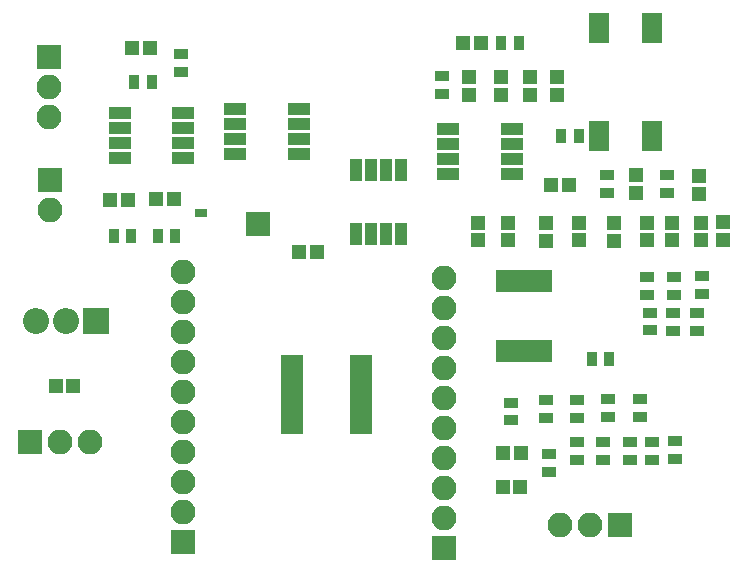
<source format=gts>
G04 #@! TF.FileFunction,Soldermask,Top*
%FSLAX46Y46*%
G04 Gerber Fmt 4.6, Leading zero omitted, Abs format (unit mm)*
G04 Created by KiCad (PCBNEW 4.0.7) date 11/28/17 14:48:26*
%MOMM*%
%LPD*%
G01*
G04 APERTURE LIST*
%ADD10C,0.100000*%
%ADD11R,1.150000X1.200000*%
%ADD12R,1.200000X1.150000*%
%ADD13R,0.680000X0.700000*%
%ADD14R,2.100000X2.100000*%
%ADD15O,2.100000X2.100000*%
%ADD16R,0.850000X1.850000*%
%ADD17R,0.900000X1.300000*%
%ADD18R,1.300000X0.900000*%
%ADD19R,1.800000X2.500000*%
%ADD20R,2.200000X2.200000*%
%ADD21O,2.200000X2.200000*%
%ADD22R,1.850000X0.850000*%
%ADD23R,1.950000X1.000000*%
%ADD24R,1.000000X1.950000*%
G04 APERTURE END LIST*
D10*
D11*
X164274500Y-112510000D03*
X164274500Y-111010000D03*
X157226000Y-98627500D03*
X157226000Y-100127500D03*
D12*
X154875800Y-133311900D03*
X156375800Y-133311900D03*
X118529800Y-124752100D03*
X117029800Y-124752100D03*
D11*
X159448500Y-98627500D03*
X159448500Y-100127500D03*
X166166800Y-108458700D03*
X166166800Y-106958700D03*
X169227500Y-112446500D03*
X169227500Y-110946500D03*
D12*
X123506800Y-96202500D03*
X125006800Y-96202500D03*
D11*
X167068500Y-112446500D03*
X167068500Y-110946500D03*
D12*
X154926600Y-130492500D03*
X156426600Y-130492500D03*
X160465200Y-107759500D03*
X158965200Y-107759500D03*
D11*
X154781250Y-98659250D03*
X154781250Y-100159250D03*
X161353500Y-112446500D03*
X161353500Y-110946500D03*
X152781000Y-112446500D03*
X152781000Y-110946500D03*
D12*
X153023000Y-95758000D03*
X151523000Y-95758000D03*
D11*
X152019000Y-100127500D03*
X152019000Y-98627500D03*
D12*
X123152600Y-109029500D03*
X121652600Y-109029500D03*
D11*
X158559500Y-112510000D03*
X158559500Y-111010000D03*
X173545500Y-112383000D03*
X173545500Y-110883000D03*
X171475400Y-108509500D03*
X171475400Y-107009500D03*
X155321000Y-112446500D03*
X155321000Y-110946500D03*
X171640500Y-112446500D03*
X171640500Y-110946500D03*
D12*
X125564200Y-108927900D03*
X127064200Y-108927900D03*
D13*
X129159000Y-110096300D03*
X129549000Y-110096300D03*
D14*
X116468359Y-96889499D03*
D15*
X116468359Y-99429499D03*
X116468359Y-101969499D03*
D14*
X114884200Y-129552700D03*
D15*
X117424200Y-129552700D03*
X119964200Y-129552700D03*
D14*
X149936200Y-138493500D03*
D15*
X149936200Y-135953500D03*
X149936200Y-133413500D03*
X149936200Y-130873500D03*
X149936200Y-128333500D03*
X149936200Y-125793500D03*
X149936200Y-123253500D03*
X149936200Y-120713500D03*
X149936200Y-118173500D03*
X149936200Y-115633500D03*
D14*
X164846000Y-136588500D03*
D15*
X162306000Y-136588500D03*
X159766000Y-136588500D03*
D14*
X116532859Y-107381999D03*
D15*
X116532859Y-109921999D03*
D14*
X127838200Y-138010900D03*
D15*
X127838200Y-135470900D03*
X127838200Y-132930900D03*
X127838200Y-130390900D03*
X127838200Y-127850900D03*
X127838200Y-125310900D03*
X127838200Y-122770900D03*
X127838200Y-120230900D03*
X127838200Y-117690900D03*
X127838200Y-115150900D03*
D14*
X134175500Y-111061500D03*
D16*
X158668000Y-115934700D03*
X158018000Y-115934700D03*
X157368000Y-115934700D03*
X156718000Y-115934700D03*
X156068000Y-115934700D03*
X155418000Y-115934700D03*
X154768000Y-115934700D03*
X154768000Y-121834700D03*
X155418000Y-121834700D03*
X156068000Y-121834700D03*
X156718000Y-121834700D03*
X157368000Y-121834700D03*
X158018000Y-121834700D03*
X158668000Y-121834700D03*
D17*
X159854200Y-103619300D03*
X161354200Y-103619300D03*
D18*
X158521400Y-127508700D03*
X158521400Y-126008700D03*
D17*
X121957400Y-112077500D03*
X123457400Y-112077500D03*
X125665800Y-112077500D03*
X127165800Y-112077500D03*
D18*
X169494200Y-129463100D03*
X169494200Y-130963100D03*
X165684200Y-131013900D03*
X165684200Y-129513900D03*
D17*
X125159200Y-99021900D03*
X123659200Y-99021900D03*
D18*
X127635000Y-98197100D03*
X127635000Y-96697100D03*
X161163000Y-125957900D03*
X161163000Y-127457900D03*
X163804600Y-125907100D03*
X163804600Y-127407100D03*
X166547800Y-127407100D03*
X166547800Y-125907100D03*
X169291000Y-120142700D03*
X169291000Y-118642700D03*
X169392600Y-117094700D03*
X169392600Y-115594700D03*
X163753800Y-108458700D03*
X163753800Y-106958700D03*
X167335200Y-120066500D03*
X167335200Y-118566500D03*
X167081200Y-117094700D03*
X167081200Y-115594700D03*
X149733000Y-100076700D03*
X149733000Y-98576700D03*
D17*
X154761500Y-95758000D03*
X156261500Y-95758000D03*
X163919600Y-122466100D03*
X162419600Y-122466100D03*
D18*
X167563800Y-129513900D03*
X167563800Y-131013900D03*
X163398200Y-131064700D03*
X163398200Y-129564700D03*
X168757600Y-108458700D03*
X168757600Y-106958700D03*
X171323000Y-120142700D03*
X171323000Y-118642700D03*
X171729400Y-116993100D03*
X171729400Y-115493100D03*
X161163000Y-131013900D03*
X161163000Y-129513900D03*
X158775400Y-130580700D03*
X158775400Y-132080700D03*
X155575000Y-126186500D03*
X155575000Y-127686500D03*
D19*
X167513000Y-94488000D03*
X167513000Y-103588000D03*
X163013000Y-94488000D03*
X163013000Y-103588000D03*
D20*
X120472200Y-119265700D03*
D21*
X117932200Y-119265700D03*
X115392200Y-119265700D03*
D22*
X142929400Y-128439100D03*
X142929400Y-127789100D03*
X142929400Y-127139100D03*
X142929400Y-126489100D03*
X142929400Y-125839100D03*
X142929400Y-125189100D03*
X142929400Y-124539100D03*
X142929400Y-123889100D03*
X142929400Y-123239100D03*
X142929400Y-122589100D03*
X137029400Y-122589100D03*
X137029400Y-123239100D03*
X137029400Y-123889100D03*
X137029400Y-124539100D03*
X137029400Y-125189100D03*
X137029400Y-125839100D03*
X137029400Y-126489100D03*
X137029400Y-127139100D03*
X137029400Y-127789100D03*
X137029400Y-128439100D03*
D23*
X127845800Y-105473500D03*
X127845800Y-104203500D03*
X127845800Y-102933500D03*
X127845800Y-101663500D03*
X122445800Y-101663500D03*
X122445800Y-102933500D03*
X122445800Y-104203500D03*
X122445800Y-105473500D03*
X155658800Y-106794300D03*
X155658800Y-105524300D03*
X155658800Y-104254300D03*
X155658800Y-102984300D03*
X150258800Y-102984300D03*
X150258800Y-104254300D03*
X150258800Y-105524300D03*
X150258800Y-106794300D03*
X137624800Y-105168700D03*
X137624800Y-103898700D03*
X137624800Y-102628700D03*
X137624800Y-101358700D03*
X132224800Y-101358700D03*
X132224800Y-102628700D03*
X132224800Y-103898700D03*
X132224800Y-105168700D03*
D24*
X146304000Y-106481900D03*
X145034000Y-106481900D03*
X143764000Y-106481900D03*
X142494000Y-106481900D03*
X142494000Y-111881900D03*
X143764000Y-111881900D03*
X145034000Y-111881900D03*
X146304000Y-111881900D03*
D12*
X139180000Y-113474500D03*
X137680000Y-113474500D03*
M02*

</source>
